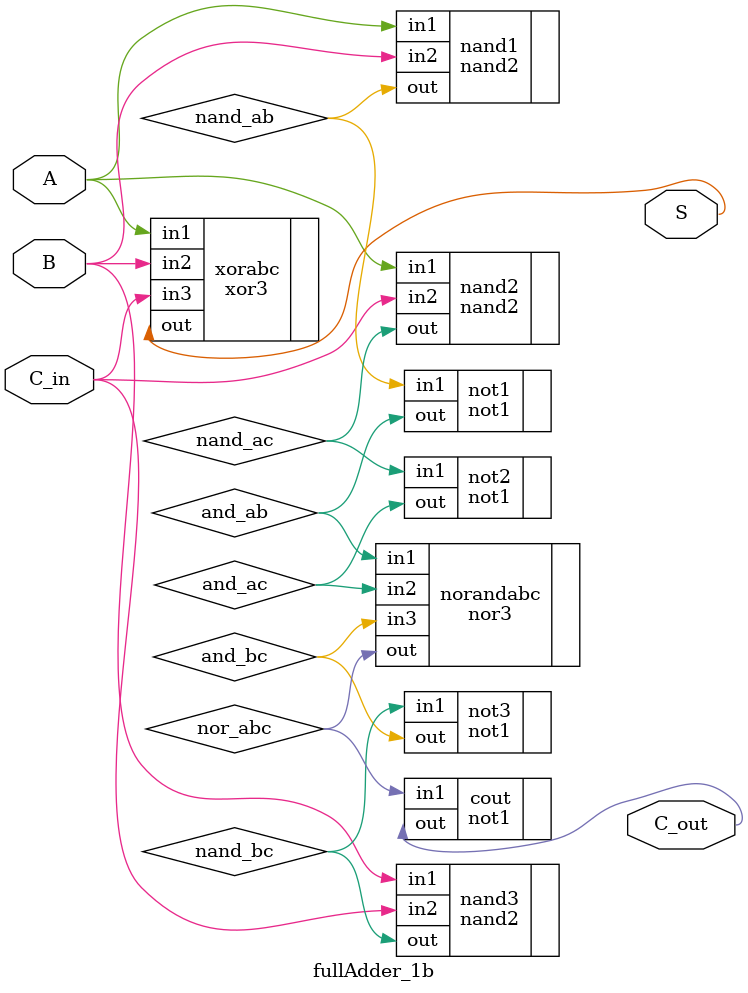
<source format=v>
/*
    CS/ECE 552 Spring '19
    Homework #3, Problem 2

    a 1-bit full adder
*/
module fullAdder_1b(A, B, C_in, S, C_out);
    input  A, B;
    input  C_in;
    output S;
    output C_out;

    // YOUR CODE HERE
    wire cout_n;
    wire and_ab;
    wire nand_ab;
    wire and_ac;
    wire nand_ac;
    wire and_bc;
    wire nand_bc;
    wire nor_abc;
    wire or_abc;

    //sum = A ^ B ^ C_in
    xor3 xorabc(.in1(A),.in2(B),.in3(C_in),.out(S));

    //C_out = (A&B) + (A&C_in) + (B&C_in)
    //AND(A,B)
    nand2 nand1(.in1(A),.in2(B),.out(nand_ab));
    not1 not1(.in1(nand_ab),.out(and_ab));
    //AND(A,C_in)
    nand2 nand2(.in1(A),.in2(C_in),.out(nand_ac));
    not1 not2(.in1(nand_ac),.out(and_ac));
    //AND(B,C_in)
    nand2 nand3(.in1(B),.in2(C_in),.out(nand_bc));
    not1 not3(.in1(nand_bc),.out(and_bc));

    //NOT NOR ABC = (A&B) + (A&C_in) + (B&C_in)
    nor3 norandabc(.in1(and_ab),.in2(and_ac),.in3(and_bc),.out(nor_abc));
    not1 cout(.in1(nor_abc),.out(C_out));

endmodule

</source>
